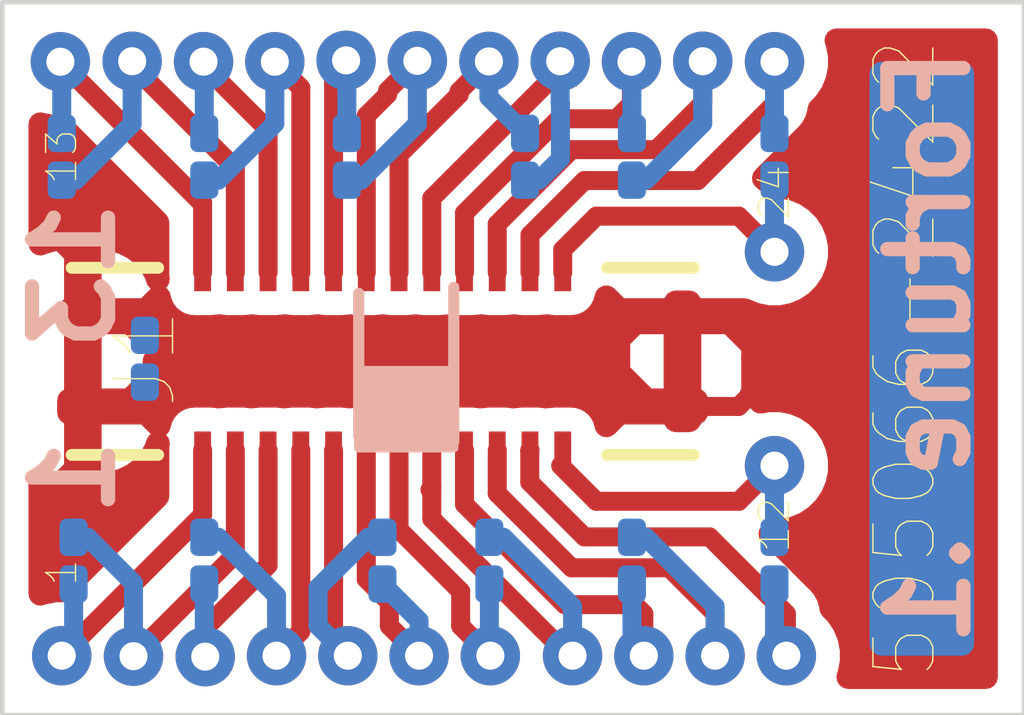
<source format=kicad_pcb>
(kicad_pcb (version 20211014) (generator pcbnew)
  (title_block (title "24 pin Receptacle/Wiring Board") (date "2020-01-11") (rev "02") (company "Smith College Physics") (comment 1 "N. Fortune") (comment 2 "for use in 0.5\" diameter vacuum capsule"))
  (layers (0 "F.Cu" signal) (31 "B.Cu" signal) (34 "B.Paste" user) (35 "F.Paste" user) (36 "B.SilkS" user "B.Silkscreen") (37 "F.SilkS" user "F.Silkscreen") (38 "B.Mask" user) (39 "F.Mask" user) (44 "Edge.Cuts" user))
  (net 0 "")
  (net 1 "VCC")
  (net 2 "Net-(J1-Pad2)")
  (net 3 "Net-(J1-Pad3)")
  (net 4 "Net-(J1-Pad4)")
  (net 5 "Net-(J1-Pad5)")
  (net 6 "Net-(J1-Pad6)")
  (net 7 "Net-(J1-Pad7)")
  (net 8 "Net-(J1-Pad8)")
  (net 9 "Net-(J1-Pad9)")
  (net 10 "Net-(J1-Pad10)")
  (net 11 "Net-(J1-Pad11)")
  (net 12 "Net-(J1-Pad12)")
  (net 13 "Net-(J1-Pad13)")
  (net 14 "Net-(J1-Pad14)")
  (net 15 "Net-(J1-Pad15)")
  (net 16 "Net-(J1-Pad16)")
  (net 17 "Net-(J1-Pad17)")
  (net 18 "Net-(J1-Pad18)")
  (net 19 "Net-(J1-Pad19)")
  (net 20 "Net-(J1-Pad20)")
  (net 21 "Net-(J1-Pad21)")
  (net 22 "Net-(J1-Pad22)")
  (net 23 "Net-(J1-Pad23)")
  (net 24 "Net-(J1-Pad24)")
  (net 25 "GND")
  (net 26 "+BATT")
  (net 27 "-BATT")
  (footprint "505066-2422:MOLEX_505066-2422" (layer "F.Cu") (at 136.146001 102.009001)
    (fp_text reference "J1" (at -2.542001 -0.028001 90) (layer "F.SilkS") (effects (font (size 0.64 0.64) (thickness 0.015))))
    (fp_text value "505066-2422" (at 5.585999 -0.028001 90) (layer "F.SilkS") (effects (font (size 0.64 0.64) (thickness 0.015))))
    (fp_text user "12" (at 4.188999 1.749999 90) (layer "F.SilkS") (effects (font (size 0.32 0.32) (thickness 0.015))))
    (fp_text user "24" (at 4.188999 -1.806001 90) (layer "F.SilkS") (effects (font (size 0.32 0.32) (thickness 0.015))))
    (fp_text user "13" (at -3.431001 -2.187001 270) (layer "F.SilkS") (effects (font (size 0.32 0.32) (thickness 0.015))))
    (fp_text user "1" (at -3.431001 2.257999 90) (layer "F.SilkS") (effects (font (size 0.32 0.32) (thickness 0.015))))
    (fp_line (start -2.4 -1) (end -3.325 -1) (layer "F.SilkS") (width 0.127))
    (fp_line (start 2.4 1) (end 3.325 1) (layer "F.SilkS") (width 0.127))
    (fp_line (start 2.4 -1) (end 3.325 -1) (layer "F.SilkS") (width 0.127))
    (fp_line (start -2.4 1) (end -3.325 1) (layer "F.SilkS") (width 0.127))
    (pad "1" smd rect locked (at -1.925 0.95) (size 0.18 0.4) (layers "F.Cu" "F.Mask") (net 1 "VCC"))
    (pad "2" smd rect locked (at -1.925 -0.95) (size 0.18 0.4) (layers "F.Cu" "F.Mask") (net 2 "Net-(J1-Pad2)"))
    (pad "3" smd rect locked (at -1.575 0.95) (size 0.18 0.4) (layers "F.Cu" "F.Mask") (net 3 "Net-(J1-Pad3)"))
    (pad "4" smd rect locked (at -1.575 -0.95) (size 0.18 0.4) (layers "F.Cu" "F.Mask") (net 4 "Net-(J1-Pad4)"))
    (pad "5" smd rect locked (at -1.225 0.95) (size 0.18 0.4) (layers "F.Cu" "F.Mask") (net 5 "Net-(J1-Pad5)"))
    (pad "6" smd rect locked (at -1.225 -0.95) (size 0.18 0.4) (layers "F.Cu" "F.Mask") (net 6 "Net-(J1-Pad6)"))
    (pad "7" smd rect locked (at -0.875 0.95) (size 0.18 0.4) (layers "F.Cu" "F.Mask") (net 7 "Net-(J1-Pad7)"))
    (pad "8" smd rect locked (at -0.875 -0.95) (size 0.18 0.4) (layers "F.Cu" "F.Mask") (net 8 "Net-(J1-Pad8)"))
    (pad "9" smd rect locked (at -0.525 0.95) (size 0.18 0.4) (layers "F.Cu" "F.Mask") (net 9 "Net-(J1-Pad9)"))
    (pad "10" smd rect locked (at -0.525 -0.95) (size 0.18 0.4) (layers "F.Cu" "F.Mask") (net 10 "Net-(J1-Pad10)"))
    (pad "11" smd rect locked (at -0.175 0.95) (size 0.18 0.4) (layers "F.Cu" "F.Mask") (net 11 "Net-(J1-Pad11)"))
    (pad "12" smd rect locked (at -0.175 -0.95) (size 0.18 0.4) (layers "F.Cu" "F.Mask") (net 12 "Net-(J1-Pad12)"))
    (pad "13" smd rect locked (at 0.175 0.95) (size 0.18 0.4) (layers "F.Cu" "F.Mask") (net 13 "Net-(J1-Pad13)"))
    (pad "14" smd rect locked (at 0.175 -0.95) (size 0.18 0.4) (layers "F.Cu" "F.Mask") (net 14 "Net-(J1-Pad14)"))
    (pad "15" smd rect locked (at 0.525 0.95) (size 0.18 0.4) (layers "F.Cu" "F.Mask") (net 15 "Net-(J1-Pad15)"))
    (pad "16" smd rect locked (at 0.525 -0.95) (size 0.18 0.4) (layers "F.Cu" "F.Mask") (net 16 "Net-(J1-Pad16)"))
    (pad "17" smd rect locked (at 0.875 0.95) (size 0.18 0.4) (layers "F.Cu" "F.Mask") (net 17 "Net-(J1-Pad17)"))
    (pad "18" smd rect locked (at 0.875 -0.95) (size 0.18 0.4) (layers "F.Cu" "F.Mask") (net 18 "Net-(J1-Pad18)"))
    (pad "19" smd rect locked (at 1.225 0.95) (size 0.18 0.4) (layers "F.Cu" "F.Mask") (net 19 "Net-(J1-Pad19)"))
    (pad "20" smd rect locked (at 1.225 -0.95) (size 0.18 0.4) (layers "F.Cu" "F.Mask") (net 20 "Net-(J1-Pad20)"))
    (pad "21" smd rect locked (at 1.575 0.95) (size 0.18 0.4) (layers "F.Cu" "F.Mask") (net 21 "Net-(J1-Pad21)"))
    (pad "22" smd rect locked (at 1.575 -0.95) (size 0.18 0.4) (layers "F.Cu" "F.Mask") (net 22 "Net-(J1-Pad22)"))
    (pad "23" smd rect locked (at 1.925 0.95) (size 0.18 0.4) (layers "F.Cu" "F.Mask") (net 23 "Net-(J1-Pad23)"))
    (pad "24" smd rect locked (at 1.925 -0.95) (size 0.18 0.4) (layers "F.Cu" "F.Mask") (net 24 "Net-(J1-Pad24)"))
    (pad "S1" smd rect locked (at -3.205 -0.4825) (size 0.4 0.385) (layers "F.Cu" "F.Mask") (net 25 "GND"))
    (pad "S2" smd rect locked (at -3.205 0.4825) (size 0.4 0.385) (layers "F.Cu" "F.Mask") (net 25 "GND"))
    (pad "S3" smd rect locked (at 3.205 -0.4825) (size 0.4 0.385) (layers "F.Cu" "F.Mask") (net 25 "GND"))
    (pad "S4" smd rect locked (at 3.205 0.4825) (size 0.4 0.385) (layers "F.Cu" "F.Mask") (net 25 "GND"))
  )
  (footprint "Resistor_SMD:R_01005_0402Metric" (layer "B.Cu") (at 132.842 104.14 -90)
    (fp_text reference "R1" hide)
    (fp_text value "100" hide)
    (pad "1" smd roundrect locked (at -0.25 0 270) (size 0.4 0.3) (layers "B.Cu" "B.Mask") (net 3 "Net-(J1-Pad3)"))
    (pad "2" smd roundrect locked (at 0.25 0 270) (size 0.4 0.3) (layers "B.Cu" "B.Mask") (net 1 "VCC"))
  )
  (footprint "Resistor_SMD:R_01005_0402Metric" (layer "B.Cu") (at 132.715 99.822 -90)
    (fp_text reference "R2" hide)
    (fp_text value "100" hide)
    (pad "1" smd roundrect locked (at -0.25 0 270) (size 0.4 0.3) (layers "B.Cu" "B.Mask") (net 2 "Net-(J1-Pad2)"))
    (pad "2" smd roundrect locked (at 0.25 0 270) (size 0.4 0.3) (layers "B.Cu" "B.Mask") (net 4 "Net-(J1-Pad4)"))
  )
  (footprint "Resistor_SMD:R_01005_0402Metric" (layer "B.Cu") (at 134.239 104.14 -90)
    (fp_text reference "R3" hide)
    (fp_text value "100" hide)
    (pad "1" smd roundrect locked (at -0.25 0 270) (size 0.4 0.3) (layers "B.Cu" "B.Mask") (net 7 "Net-(J1-Pad7)"))
    (pad "2" smd roundrect locked (at 0.25 0 270) (size 0.4 0.3) (layers "B.Cu" "B.Mask") (net 5 "Net-(J1-Pad5)"))
  )
  (footprint "Resistor_SMD:R_01005_0402Metric" (layer "B.Cu") (at 134.239 99.822 -90)
    (fp_text reference "R4" hide)
    (fp_text value "100" hide)
    (pad "1" smd roundrect locked (at -0.25 0 270) (size 0.4 0.3) (layers "B.Cu" "B.Mask") (net 6 "Net-(J1-Pad6)"))
    (pad "2" smd roundrect locked (at 0.25 0 270) (size 0.4 0.3) (layers "B.Cu" "B.Mask") (net 8 "Net-(J1-Pad8)"))
  )
  (footprint "Resistor_SMD:R_01005_0402Metric" (layer "B.Cu") (at 136.144 104.14 90)
    (fp_text reference "R5" hide)
    (fp_text value "100" hide)
    (pad "1" smd roundrect locked (at -0.25 0 90) (size 0.4 0.3) (layers "B.Cu" "B.Mask") (net 11 "Net-(J1-Pad11)"))
    (pad "2" smd roundrect locked (at 0.25 0 90) (size 0.4 0.3) (layers "B.Cu" "B.Mask") (net 9 "Net-(J1-Pad9)"))
  )
  (footprint "Resistor_SMD:R_01005_0402Metric" (layer "B.Cu") (at 137.668 99.822 -90)
    (fp_text reference "R8" hide)
    (fp_text value "100" hide)
    (pad "1" smd roundrect locked (at -0.25 0 270) (size 0.4 0.3) (layers "B.Cu" "B.Mask") (net 14 "Net-(J1-Pad14)"))
    (pad "2" smd roundrect locked (at 0.25 0 270) (size 0.4 0.3) (layers "B.Cu" "B.Mask") (net 16 "Net-(J1-Pad16)"))
  )
  (footprint "Resistor_SMD:R_01005_0402Metric" (layer "B.Cu") (at 138.811 104.14 -90)
    (fp_text reference "R9" hide)
    (fp_text value "100" hide)
    (pad "1" smd roundrect locked (at -0.25 0 270) (size 0.4 0.3) (layers "B.Cu" "B.Mask") (net 19 "Net-(J1-Pad19)"))
    (pad "2" smd roundrect locked (at 0.25 0 270) (size 0.4 0.3) (layers "B.Cu" "B.Mask") (net 17 "Net-(J1-Pad17)"))
  )
  (footprint "Resistor_SMD:R_01005_0402Metric" (layer "B.Cu") (at 140.335 104.14 -90)
    (fp_text reference "R11" hide)
    (fp_text value "100" hide)
    (pad "1" smd roundrect locked (at -0.25 0 270) (size 0.4 0.3) (layers "B.Cu" "B.Mask") (net 23 "Net-(J1-Pad23)"))
    (pad "2" smd roundrect locked (at 0.25 0 270) (size 0.4 0.3) (layers "B.Cu" "B.Mask") (net 21 "Net-(J1-Pad21)"))
  )
  (footprint "Resistor_SMD:R_01005_0402Metric" (layer "B.Cu") (at 140.335 99.822 -90)
    (fp_text reference "R12" hide)
    (fp_text value "100" hide)
    (pad "1" smd roundrect locked (at -0.25 0 270) (size 0.4 0.3) (layers "B.Cu" "B.Mask") (net 22 "Net-(J1-Pad22)"))
    (pad "2" smd roundrect locked (at 0.25 0 270) (size 0.4 0.3) (layers "B.Cu" "B.Mask") (net 24 "Net-(J1-Pad24)"))
  )
  (footprint "Resistor_SMD:R_01005_0402Metric" (layer "B.Cu") (at 138.811 99.822 -90)
    (fp_text reference "R10" hide)
    (fp_text value "100" hide)
    (pad "1" smd roundrect locked (at -0.25 0 270) (size 0.4 0.3) (layers "B.Cu" "B.Mask") (net 18 "Net-(J1-Pad18)"))
    (pad "2" smd roundrect locked (at 0.25 0 270) (size 0.4 0.3) (layers "B.Cu" "B.Mask") (net 20 "Net-(J1-Pad20)"))
  )
  (footprint "Resistor_SMD:R_01005_0402Metric" (layer "B.Cu") (at 133.604 101.981 90)
    (fp_text reference "RH2" hide)
    (fp_text value "1k" hide)
    (pad "1" smd roundrect locked (at -0.25 0 90) (size 0.4 0.3) (layers "B.Cu" "B.Mask") (net 26 "+BATT"))
    (pad "2" smd roundrect locked (at 0.25 0 90) (size 0.4 0.3) (layers "B.Cu" "B.Mask") (net 27 "-BATT"))
  )
  (footprint "Resistor_SMD:R_01005_0402Metric" (layer "B.Cu") (at 135.763 99.822 -90)
    (fp_text reference "R6" hide)
    (fp_text value "100" hide)
    (pad "1" smd roundrect locked (at -0.25 0 270) (size 0.4 0.3) (layers "B.Cu" "B.Mask") (net 10 "Net-(J1-Pad10)"))
    (pad "2" smd roundrect locked (at 0.25 0 270) (size 0.4 0.3) (layers "B.Cu" "B.Mask") (net 12 "Net-(J1-Pad12)"))
  )
  (footprint "Resistor_SMD:R_01005_0402Metric" (layer "B.Cu") (at 137.287 104.14 -90)
    (fp_text reference "R7" hide)
    (fp_text value "100" hide)
    (pad "1" smd roundrect locked (at -0.25 0 270) (size 0.4 0.3) (layers "B.Cu" "B.Mask") (net 15 "Net-(J1-Pad15)"))
    (pad "2" smd roundrect locked (at 0.25 0 270) (size 0.4 0.3) (layers "B.Cu" "B.Mask") (net 13 "Net-(J1-Pad13)"))
  )
  (gr_line (start 135.89 101.2825) (end 135.89 102.8065) (layer "B.SilkS") (width 0.12))
  (gr_poly (pts (xy 135.89 102.9335) (xy 135.89 102.108) (xy 136.906 102.108) (xy 136.906 102.9335)) (layer "B.SilkS") (width 0.1) (fill solid))
  (gr_line (start 136.906 102.87) (end 136.906 101.219) (layer "B.SilkS") (width 0.12))
  (gr_line (start 132.08 98.171) (end 143.002 98.171) (layer "Edge.Cuts") (width 0.05))
  (gr_line (start 143.002 98.171) (end 143.002 105.791) (layer "Edge.Cuts") (width 0.05))
  (gr_line (start 132.08 105.791) (end 132.08 98.171) (layer "Edge.Cuts") (width 0.05))
  (gr_line (start 143.002 105.791) (end 132.08 105.791) (layer "Edge.Cuts") (width 0.05))
  (gr_text "13" (at 132.842 101.092 90) (layer "B.SilkS") (effects (font (size 0.8128 0.8128) (thickness 0.1524)) (justify mirror)))
  (gr_text "1" (at 132.842 103.251 90) (layer "B.SilkS") (effects (font (size 0.8128 0.8128) (thickness 0.1524)) (justify mirror)))
  (gr_text "Fortune .1" (at 141.986 101.854 90) (layer "B.SilkS") (effects (font (size 0.8128 0.8128) (thickness 0.1524)) (justify mirror)))
  (segment (start 132.715 105.156) (end 134.221001 103.649999) (width 0.2032) (layer "F.Cu") (net 1))
  (segment (start 134.221001 103.649999) (end 134.221001 102.959001) (width 0.2032) (layer "F.Cu") (net 1))
  (via (at 132.715 105.156) (size 0.635) (drill 0.3) (layers "F.Cu" "B.Cu") (net 1))
  (segment (start 132.842 104.39) (end 132.842 105.029) (width 0.2032) (layer "B.Cu") (net 1))
  (segment (start 132.842 105.029) (end 132.715 105.156) (width 0.2032) (layer "B.Cu") (net 1))
  (segment (start 134.221001 101.059001) (end 134.221001 100.312001) (width 0.2032) (layer "F.Cu") (net 2))
  (segment (start 134.221001 100.312001) (end 134.206545 100.312001) (width 0.2032) (layer "F.Cu") (net 2))
  (segment (start 134.206545 100.312001) (end 132.700544 98.806) (width 0.2032) (layer "F.Cu") (net 2))
  (via (at 132.700544 98.806) (size 0.635) (drill 0.3) (layers "F.Cu" "B.Cu") (net 2))
  (segment (start 132.715 99.572) (end 132.715 98.820456) (width 0.2032) (layer "B.Cu") (net 2))
  (segment (start 132.715 98.820456) (end 132.700544 98.806) (width 0.2032) (layer "B.Cu") (net 2))
  (segment (start 134.571001 104.072317) (end 133.482159 105.161159) (width 0.2032) (layer "F.Cu") (net 3))
  (segment (start 134.571001 102.959001) (end 134.571001 104.072317) (width 0.2032) (layer "F.Cu") (net 3))
  (via (at 133.482159 105.161159) (size 0.635) (drill 0.3) (layers "F.Cu" "B.Cu") (net 3))
  (segment (start 133.482159 104.712147) (end 133.482159 105.161159) (width 0.2032) (layer "B.Cu") (net 3))
  (segment (start 132.992 103.89) (end 133.482159 104.380159) (width 0.2032) (layer "B.Cu") (net 3))
  (segment (start 133.482159 104.380159) (end 133.482159 104.712147) (width 0.2032) (layer "B.Cu") (net 3))
  (segment (start 132.842 103.89) (end 132.992 103.89) (width 0.2032) (layer "B.Cu") (net 3))
  (segment (start 133.467709 98.842941) (end 133.467709 98.800848) (width 0.2032) (layer "F.Cu") (net 4))
  (segment (start 134.571001 99.946233) (end 133.467709 98.842941) (width 0.2032) (layer "F.Cu") (net 4))
  (segment (start 134.571001 101.059001) (end 134.571001 99.946233) (width 0.2032) (layer "F.Cu") (net 4))
  (via (at 133.467709 98.800848) (size 0.635) (drill 0.3) (layers "F.Cu" "B.Cu") (net 4))
  (segment (start 132.715 100.072) (end 132.865 100.072) (width 0.2032) (layer "B.Cu") (net 4))
  (segment (start 133.467709 99.469291) (end 133.467709 99.24986) (width 0.2032) (layer "B.Cu") (net 4))
  (segment (start 132.865 100.072) (end 133.467709 99.469291) (width 0.2032) (layer "B.Cu") (net 4))
  (segment (start 133.467709 99.24986) (end 133.467709 98.800848) (width 0.2032) (layer "B.Cu") (net 4))
  (segment (start 134.249318 104.860988) (end 134.249318 105.166318) (width 0.2032) (layer "F.Cu") (net 5))
  (segment (start 134.921001 102.959001) (end 134.921001 104.189305) (width 0.2032) (layer "F.Cu") (net 5))
  (segment (start 134.921001 104.189305) (end 134.249318 104.860988) (width 0.2032) (layer "F.Cu") (net 5))
  (via (at 134.249318 105.166318) (size 0.635) (drill 0.3) (layers "F.Cu" "B.Cu") (net 5))
  (segment (start 134.239 104.39) (end 134.239 105.156) (width 0.2032) (layer "B.Cu") (net 5))
  (segment (start 134.239 105.156) (end 134.249318 105.166318) (width 0.2032) (layer "B.Cu") (net 5))
  (segment (start 134.921001 99.534231) (end 134.230994 98.844224) (width 0.2032) (layer "F.Cu") (net 6))
  (segment (start 134.921001 101.059001) (end 134.921001 99.534231) (width 0.2032) (layer "F.Cu") (net 6))
  (segment (start 134.230994 98.844224) (end 134.230994 98.805151) (width 0.2032) (layer "F.Cu") (net 6))
  (via (at 134.230994 98.805151) (size 0.635) (drill 0.3) (layers "F.Cu" "B.Cu") (net 6))
  (segment (start 134.239 98.813157) (end 134.230994 98.805151) (width 0.2032) (layer "B.Cu") (net 6))
  (segment (start 134.239 99.572) (end 134.239 98.813157) (width 0.2032) (layer "B.Cu") (net 6))
  (segment (start 135.271001 104.896154) (end 135.011259 105.155896) (width 0.2032) (layer "F.Cu") (net 7))
  (segment (start 135.271001 102.959001) (end 135.271001 104.896154) (width 0.2032) (layer "F.Cu") (net 7))
  (via (at 135.011259 105.155896) (size 0.635) (drill 0.3) (layers "F.Cu" "B.Cu") (net 7))
  (segment (start 134.389 103.89) (end 135.011259 104.512259) (width 0.2032) (layer "B.Cu") (net 7))
  (segment (start 135.011259 104.512259) (end 135.011259 104.706884) (width 0.2032) (layer "B.Cu") (net 7))
  (segment (start 135.011259 104.706884) (end 135.011259 105.155896) (width 0.2032) (layer "B.Cu") (net 7))
  (segment (start 134.239 103.89) (end 134.389 103.89) (width 0.2032) (layer "B.Cu") (net 7))
  (segment (start 135.271001 101.059001) (end 135.271001 99.084182) (width 0.2032) (layer "F.Cu") (net 8))
  (segment (start 135.271001 99.084182) (end 134.993005 98.806186) (width 0.2032) (layer "F.Cu") (net 8))
  (via (at 134.993005 98.806186) (size 0.635) (drill 0.3) (layers "F.Cu" "B.Cu") (net 8))
  (segment (start 134.993005 99.467995) (end 134.993005 99.255198) (width 0.2032) (layer "B.Cu") (net 8))
  (segment (start 134.239 100.072) (end 134.389 100.072) (width 0.2032) (layer "B.Cu") (net 8))
  (segment (start 134.389 100.072) (end 134.993005 99.467995) (width 0.2032) (layer "B.Cu") (net 8))
  (segment (start 134.993005 99.255198) (end 134.993005 98.806186) (width 0.2032) (layer "B.Cu") (net 8))
  (segment (start 135.621001 102.959001) (end 135.621001 105.003731) (width 0.2032) (layer "F.Cu") (net 9))
  (segment (start 135.621001 105.003731) (end 135.77327 105.156) (width 0.2032) (layer "F.Cu") (net 9))
  (via (at 135.77327 105.156) (size 0.635) (drill 0.3) (layers "F.Cu" "B.Cu") (net 9))
  (segment (start 135.455771 104.428229) (end 135.994 103.89) (width 0.2032) (layer "B.Cu") (net 9))
  (segment (start 135.77327 105.156) (end 135.455771 104.838501) (width 0.2032) (layer "B.Cu") (net 9))
  (segment (start 135.994 103.89) (end 136.144 103.89) (width 0.2032) (layer "B.Cu") (net 9))
  (segment (start 135.763 105.14573) (end 135.77327 105.156) (width 0.2032) (layer "B.Cu") (net 9))
  (segment (start 135.455771 104.838501) (end 135.455771 104.428229) (width 0.2032) (layer "B.Cu") (net 9))
  (segment (start 135.621001 98.925195) (end 135.754872 98.791324) (width 0.2032) (layer "F.Cu") (net 10))
  (segment (start 135.621001 101.059001) (end 135.621001 98.925195) (width 0.2032) (layer "F.Cu") (net 10))
  (via (at 135.754872 98.791324) (size 0.635) (drill 0.3) (layers "F.Cu" "B.Cu") (net 10))
  (segment (start 135.763 99.572) (end 135.763 98.799452) (width 0.2032) (layer "B.Cu") (net 10))
  (segment (start 135.763 98.799452) (end 135.754872 98.791324) (width 0.2032) (layer "B.Cu") (net 10))
  (segment (start 135.971001 102.959001) (end 135.971001 104.337647) (width 0.2032) (layer "F.Cu") (net 11))
  (segment (start 135.971001 104.337647) (end 136.217784 104.58443) (width 0.2032) (layer "F.Cu") (net 11))
  (segment (start 136.217784 104.838501) (end 136.535283 105.156) (width 0.2032) (layer "F.Cu") (net 11))
  (segment (start 136.217784 104.58443) (end 136.217784 104.838501) (width 0.2032) (layer "F.Cu") (net 11))
  (via (at 136.535283 105.156) (size 0.635) (drill 0.3) (layers "F.Cu" "B.Cu") (net 11))
  (segment (start 136.535283 105.156) (end 136.535283 104.781283) (width 0.2032) (layer "B.Cu") (net 11))
  (segment (start 136.535283 104.781283) (end 136.144 104.39) (width 0.2032) (layer "B.Cu") (net 11))
  (segment (start 136.199366 99.114133) (end 136.516865 98.796634) (width 0.2032) (layer "F.Cu") (net 12))
  (segment (start 135.971001 101.059001) (end 135.971001 99.383427) (width 0.2032) (layer "F.Cu") (net 12))
  (segment (start 135.971001 99.383427) (end 136.199366 99.155062) (width 0.2032) (layer "F.Cu") (net 12))
  (segment (start 136.199366 99.155062) (end 136.199366 99.114133) (width 0.2032) (layer "F.Cu") (net 12))
  (via (at 136.516865 98.796634) (size 0.635) (drill 0.3) (layers "F.Cu" "B.Cu") (net 12))
  (segment (start 136.516865 99.245646) (end 136.516865 98.796634) (width 0.2032) (layer "B.Cu") (net 12))
  (segment (start 136.516865 99.468135) (end 136.516865 99.245646) (width 0.2032) (layer "B.Cu") (net 12))
  (segment (start 135.913 100.072) (end 136.516865 99.468135) (width 0.2032) (layer "B.Cu") (net 12))
  (segment (start 135.763 100.072) (end 135.913 100.072) (width 0.2032) (layer "B.Cu") (net 12))
  (segment (start 136.321001 103.808999) (end 136.979797 104.467795) (width 0.2032) (layer "F.Cu") (net 13))
  (segment (start 136.979797 104.467795) (end 136.979797 104.838501) (width 0.2032) (layer "F.Cu") (net 13))
  (segment (start 136.321001 102.959001) (end 136.321001 103.808999) (width 0.2032) (layer "F.Cu") (net 13))
  (segment (start 136.979797 104.838501) (end 137.297296 105.156) (width 0.2032) (layer "F.Cu") (net 13))
  (via (at 137.297296 105.156) (size 0.635) (drill 0.3) (layers "F.Cu" "B.Cu") (net 13))
  (segment (start 137.287 104.39) (end 137.287 105.145704) (width 0.2032) (layer "B.Cu") (net 13))
  (segment (start 137.287 105.145704) (end 137.297296 105.156) (width 0.2032) (layer "B.Cu") (net 13))
  (segment (start 136.964314 99.157415) (end 136.964314 99.120219) (width 0.2032) (layer "F.Cu") (net 14))
  (segment (start 136.964314 99.120219) (end 137.281813 98.80272) (width 0.2032) (layer "F.Cu") (net 14))
  (segment (start 136.321001 101.059001) (end 136.321001 99.800728) (width 0.2032) (layer "F.Cu") (net 14))
  (segment (start 136.321001 99.800728) (end 136.964314 99.157415) (width 0.2032) (layer "F.Cu") (net 14))
  (via (at 137.281813 98.80272) (size 0.635) (drill 0.3) (layers "F.Cu" "B.Cu") (net 14))
  (segment (start 137.281813 98.80272) (end 137.281813 99.185813) (width 0.2032) (layer "B.Cu") (net 14))
  (segment (start 137.287 98.807907) (end 137.281813 98.80272) (width 0.2032) (layer "B.Cu") (net 14))
  (segment (start 137.281813 99.185813) (end 137.668 99.572) (width 0.2032) (layer "B.Cu") (net 14))
  (segment (start 136.671001 103.362201) (end 136.671001 103.692013) (width 0.2032) (layer "F.Cu") (net 15))
  (segment (start 138.134988 105.156) (end 138.176 105.156) (width 0.2032) (layer "F.Cu") (net 15))
  (segment (start 136.671001 102.959001) (end 136.671001 103.362201) (width 0.2032) (layer "F.Cu") (net 15))
  (segment (start 136.671001 103.692013) (end 138.134988 105.156) (width 0.2032) (layer "F.Cu") (net 15))
  (segment (start 136.671001 103.362201) (end 136.652 103.381202) (width 0.2032) (layer "F.Cu") (net 15))
  (via (at 138.176 105.156) (size 0.635) (drill 0.3) (layers "F.Cu" "B.Cu") (net 15))
  (segment (start 138.176 105.156) (end 138.176 104.629) (width 0.2032) (layer "B.Cu") (net 15))
  (segment (start 138.176 104.629) (end 137.437 103.89) (width 0.2032) (layer "B.Cu") (net 15))
  (segment (start 137.437 103.89) (end 137.287 103.89) (width 0.2032) (layer "B.Cu") (net 15))
  (segment (start 138.043822 98.893202) (end 138.043822 98.800848) (width 0.2032) (layer "F.Cu") (net 16))
  (segment (start 136.671001 100.266023) (end 138.043822 98.893202) (width 0.2032) (layer "F.Cu") (net 16))
  (segment (start 136.671001 101.059001) (end 136.671001 100.266023) (width 0.2032) (layer "F.Cu") (net 16))
  (via (at 138.043822 98.800848) (size 0.635) (drill 0.3) (layers "F.Cu" "B.Cu") (net 16))
  (segment (start 138.043822 98.800848) (end 138.043822 99.24986) (width 0.2032) (layer "B.Cu") (net 16))
  (segment (start 138.04661 99.252648) (end 138.04661 99.84339) (width 0.2032) (layer "B.Cu") (net 16))
  (segment (start 137.818 100.072) (end 137.668 100.072) (width 0.2032) (layer "B.Cu") (net 16))
  (segment (start 138.04661 99.84339) (end 137.818 100.072) (width 0.2032) (layer "B.Cu") (net 16))
  (segment (start 138.043822 99.24986) (end 138.04661 99.252648) (width 0.2032) (layer "B.Cu") (net 16))
  (segment (start 138.840923 104.609898) (end 138.938013 104.706988) (width 0.2032) (layer "F.Cu") (net 17))
  (segment (start 137.021001 102.959001) (end 137.021001 103.537975) (width 0.2032) (layer "F.Cu") (net 17))
  (segment (start 138.938013 104.706988) (end 138.938013 105.156) (width 0.2032) (layer "F.Cu") (net 17))
  (segment (start 137.021001 103.537975) (end 138.092924 104.609898) (width 0.2032) (layer "F.Cu") (net 17))
  (segment (start 138.092924 104.609898) (end 138.840923 104.609898) (width 0.2032) (layer "F.Cu") (net 17))
  (via (at 138.938013 105.156) (size 0.635) (drill 0.3) (layers "F.Cu" "B.Cu") (net 17))
  (segment (start 138.811 104.39) (end 138.811 105.028987) (width 0.2032) (layer "B.Cu") (net 17))
  (segment (start 138.811 105.028987) (end 138.938013 105.156) (width 0.2032) (layer "B.Cu") (net 17))
  (segment (start 138.645316 99.415578) (end 138.805847 99.255047) (width 0.2032) (layer "F.Cu") (net 18))
  (segment (start 137.021001 101.059001) (end 137.021001 100.424023) (width 0.2032) (layer "F.Cu") (net 18))
  (segment (start 137.021001 100.424023) (end 138.029446 99.415578) (width 0.2032) (layer "F.Cu") (net 18))
  (segment (start 138.805847 99.255047) (end 138.805847 98.806035) (width 0.2032) (layer "F.Cu") (net 18))
  (segment (start 138.029446 99.415578) (end 138.645316 99.415578) (width 0.2032) (layer "F.Cu") (net 18))
  (via (at 138.805847 98.806035) (size 0.635) (drill 0.3) (layers "F.Cu" "B.Cu") (net 18))
  (segment (start 138.811 98.811188) (end 138.805847 98.806035) (width 0.2032) (layer "B.Cu") (net 18))
  (segment (start 138.811 99.572) (end 138.811 98.811188) (width 0.2032) (layer "B.Cu") (net 18))
  (segment (start 138.166224 104.21621) (end 139.209248 104.21621) (width 0.2032) (layer "F.Cu") (net 19))
  (segment (start 139.209248 104.21621) (end 139.700026 104.706988) (width 0.2032) (layer "F.Cu") (net 19))
  (segment (start 137.371001 103.420987) (end 138.166224 104.21621) (width 0.2032) (layer "F.Cu") (net 19))
  (segment (start 137.371001 102.959001) (end 137.371001 103.420987) (width 0.2032) (layer "F.Cu") (net 19))
  (segment (start 139.700026 104.706988) (end 139.700026 105.156) (width 0.2032) (layer "F.Cu") (net 19))
  (via (at 139.700026 105.156) (size 0.635) (drill 0.3) (layers "F.Cu" "B.Cu") (net 19))
  (segment (start 138.961 103.89) (end 139.700026 104.629026) (width 0.2032) (layer "B.Cu") (net 19))
  (segment (start 139.700026 104.706988) (end 139.700026 105.156) (width 0.2032) (layer "B.Cu") (net 19))
  (segment (start 138.811 103.89) (end 138.961 103.89) (width 0.2032) (layer "B.Cu") (net 19))
  (segment (start 139.700026 104.629026) (end 139.700026 104.706988) (width 0.2032) (layer "B.Cu") (net 19))
  (segment (start 137.371001 101.059001) (end 137.371001 100.541011) (width 0.2032) (layer "F.Cu") (net 20))
  (segment (start 139.071905 99.745789) (end 139.567841 99.249853) (width 0.2032) (layer "F.Cu") (net 20))
  (segment (start 138.166223 99.745789) (end 139.071905 99.745789) (width 0.2032) (layer "F.Cu") (net 20))
  (segment (start 139.567841 99.249853) (end 139.567841 98.800841) (width 0.2032) (layer "F.Cu") (net 20))
  (segment (start 137.371001 100.541011) (end 138.166223 99.745789) (width 0.2032) (layer "F.Cu") (net 20))
  (via (at 139.567841 98.800841) (size 0.635) (drill 0.3) (layers "F.Cu" "B.Cu") (net 20))
  (segment (start 138.961 100.072) (end 139.567841 99.465159) (width 0.2032) (layer "B.Cu") (net 20))
  (segment (start 139.567841 99.465159) (end 139.567841 99.249853) (width 0.2032) (layer "B.Cu") (net 20))
  (segment (start 139.567841 99.249853) (end 139.567841 98.800841) (width 0.2032) (layer "B.Cu") (net 20))
  (segment (start 138.811 100.072) (end 138.961 100.072) (width 0.2032) (layer "B.Cu") (net 20))
  (segment (start 138.303 103.886) (end 139.641051 103.886) (width 0.2032) (layer "F.Cu") (net 21))
  (segment (start 137.721001 102.959001) (end 137.718791 102.961211) (width 0.2032) (layer "F.Cu") (net 21))
  (segment (start 137.718792 103.301792) (end 138.303 103.886) (width 0.2032) (layer "F.Cu") (net 21))
  (segment (start 137.718792 102.96121) (end 137.718792 103.301792) (width 0.2032) (layer "F.Cu") (net 21))
  (segment (start 139.641051 103.886) (end 140.462039 104.706988) (width 0.2032) (layer "F.Cu") (net 21))
  (segment (start 137.721001 102.959001) (end 137.718792 102.96121) (width 0.2032) (layer "F.Cu") (net 21))
  (segment (start 140.462039 104.706988) (end 140.462039 105.156) (width 0.2032) (layer "F.Cu") (net 21))
  (via (at 140.462039 105.156) (size 0.635) (drill 0.3) (layers "F.Cu" "B.Cu") (net 21))
  (segment (start 140.335 105.028961) (end 140.462039 105.156) (width 0.2032) (layer "B.Cu") (net 21))
  (segment (start 140.335 104.39) (end 140.335 105.028961) (width 0.2032) (layer "B.Cu") (net 21))
  (segment (start 139.514012 100.076) (end 140.335 99.255012) (width 0.2032) (layer "F.Cu") (net 22))
  (segment (start 140.335 99.255012) (end 140.335 98.806) (width 0.2032) (layer "F.Cu") (net 22))
  (segment (start 138.303 100.076) (end 139.514012 100.076) (width 0.2032) (layer "F.Cu") (net 22))
  (segment (start 137.721001 100.657999) (end 138.303 100.076) (width 0.2032) (layer "F.Cu") (net 22))
  (segment (start 137.721001 101.059001) (end 137.721001 100.657999) (width 0.2032) (layer "F.Cu") (net 22))
  (via (at 140.335 98.806) (size 0.635) (drill 0.3) (layers "F.Cu" "B.Cu") (net 22))
  (segment (start 140.335 98.806) (end 140.335 99.572) (width 0.2032) (layer "B.Cu") (net 22))
  (segment (start 138.43 103.505) (end 138.049 103.124) (width 0.2032) (layer "F.Cu") (net 23))
  (segment (start 139.954 103.505) (end 138.43 103.505) (width 0.2032) (layer "F.Cu") (net 23))
  (segment (start 139.954 103.505) (end 140.335 103.124) (width 0.2032) (layer "F.Cu") (net 23))
  (via (at 140.335 103.124) (size 0.635) (drill 0.3) (layers "F.Cu" "B.Cu") (net 23))
  (segment (start 140.335 103.124) (end 140.335 103.89) (width 0.2032) (layer "B.Cu") (net 23))
  (segment (start 138.43 100.457) (end 139.954 100.457) (width 0.2032) (layer "F.Cu") (net 24))
  (segment (start 138.071001 100.815999) (end 138.43 100.457) (width 0.2032) (layer "F.Cu") (net 24))
  (segment (start 138.071001 101.059001) (end 138.071001 100.815999) (width 0.2032) (layer "F.Cu") (net 24))
  (segment (start 139.954 100.457) (end 140.335 100.838) (width 0.2032) (layer "F.Cu") (net 24))
  (via (at 140.335 100.838) (size 0.635) (drill 0.3) (layers "F.Cu" "B.Cu") (net 24))
  (segment (start 140.335 100.072) (end 140.335 100.838) (width 0.2032) (layer "B.Cu") (net 24))
  (segment (start 133.7987 101.981) (end 138.557 101.981) (width 0.2032) (layer "F.Cu") (net 25))
  (segment (start 138.6913 102.235) (end 138.6913 101.783002) (width 0.2032) (layer "F.Cu") (net 25))
  (segment (start 132.941001 102.491501) (end 133.344201 102.491501) (width 0.2032) (layer "F.Cu") (net 25))
  (segment (start 138.6913 101.783002) (end 138.947801 101.526501) (width 0.2032) (layer "F.Cu") (net 25))
  (segment (start 138.557 101.981) (end 138.938 102.362) (width 0.2032) (layer "F.Cu") (net 25))
  (segment (start 133.344201 102.491501) (end 133.473702 102.362) (width 0.2032) (layer "F.Cu") (net 25))
  (segment (start 138.947801 102.491501) (end 138.938 102.362) (width 0.2032) (layer "F.Cu") (net 25))
  (segment (start 139.351001 102.491501) (end 138.947801 102.491501) (width 0.2032) (layer "F.Cu") (net 25))
  (segment (start 140.081 102.362) (end 139.951499 102.491501) (width 0.2032) (layer "F.Cu") (net 25))
  (segment (start 139.951499 102.491501) (end 139.351001 102.491501) (width 0.2032) (layer "F.Cu") (net 25))
  (segment (start 138.947801 101.526501) (end 139.351001 101.526501) (width 0.2032) (layer "F.Cu") (net 25))
  (segment (start 133.344201 101.526501) (end 133.4177 101.6) (width 0.2032) (layer "F.Cu") (net 25))
  (segment (start 140.081 101.8533) (end 140.081 101.981) (width 0.2032) (layer "F.Cu") (net 25))
  (segment (start 133.344201 101.526501) (end 133.7987 101.981) (width 0.2032) (layer "F.Cu") (net 25))
  (segment (start 133.7987 102.037002) (end 133.7987 101.981) (width 0.2032) (layer "F.Cu") (net 25))
  (segment (start 140.081 101.981) (end 140.081 102.362) (width 0.2032) (layer "F.Cu") (net 25))
  (segment (start 133.344201 102.491501) (end 133.7987 102.037002) (width 0.2032) (layer "F.Cu") (net 25))
  (segment (start 139.351001 101.526501) (end 139.754201 101.526501) (width 0.2032) (layer "F.Cu") (net 25))
  (segment (start 139.754201 101.526501) (end 140.081 101.8533) (width 0.2032) (layer "F.Cu") (net 25))
  (segment (start 138.938 102.362) (end 138.6913 102.235) (width 0.2032) (layer "F.Cu") (net 25))
  (segment (start 132.941001 101.526501) (end 133.344201 101.526501) (width 0.2032) (layer "F.Cu") (net 25))
  (segment (start 140.081 101.981) (end 140.208 101.981) (width 0.2032) (layer "F.Cu") (net 25))
  (zone (net 25) (net_name "GND") (layer "F.Cu") (connect_pads (clearance 0.508)) (min_thickness 0.254) (fill yes (thermal_gap 0.508) (thermal_bridge_width 0.508))
    (polygon (pts (xy 142.621 102.362) (xy 141.859 102.362) (xy 141.859 101.6) (xy 142.621 101.6)))
  )
  (zone (net 25) (net_name "GND") (layer "F.Cu") (connect_pads (clearance 0.508)) (min_thickness 0.254) (fill yes (thermal_gap 0.508) (thermal_bridge_width 0.508))
    (polygon (pts (xy 141.986 105.029) (xy 132.334 105.029) (xy 132.334 98.679) (xy 141.986 98.679)))
  )
  (zone (net 25) (net_name "GND") (layer "F.Cu") (connect_pads (clearance 0.508)) (min_thickness 0.254) (fill yes (thermal_gap 0.508) (thermal_bridge_width 0.508))
    (polygon (pts (xy 142.621 102.362) (xy 140.589 102.362) (xy 140.589 101.6) (xy 142.621 101.6)))
  )
  (zone (net 25) (net_name "GND") (layer "F.Cu") (connect_pads (clearance 0.254)) (min_thickness 0.254) (fill yes (thermal_gap 0.508) (thermal_bridge_width 0.508))
    (polygon (pts (xy 142.748 105.537) (xy 132.334 105.537) (xy 132.334 98.425) (xy 142.748 98.425)))
  )
  (zone (net 0) (net_name "") (layer "B.Cu") (connect_pads (clearance 0.508)) (min_thickness 0.254) (fill yes (thermal_gap 0.508) (thermal_bridge_width 0.508))
    (polygon (pts (xy 142.367 105.029) (xy 141.351 105.029) (xy 141.351 98.933) (xy 142.367 98.933)))
  )
  (zone (net 0) (net_name "") (layer "B.Cu") (connect_pads (clearance 0.508)) (min_thickness 0.254) (fill yes (thermal_gap 0.508) (thermal_bridge_width 0.508))
    (polygon (pts (xy 142.494 105.156) (xy 141.351 105.156) (xy 141.351 98.806) (xy 142.494 98.806)))
  )
)
</source>
